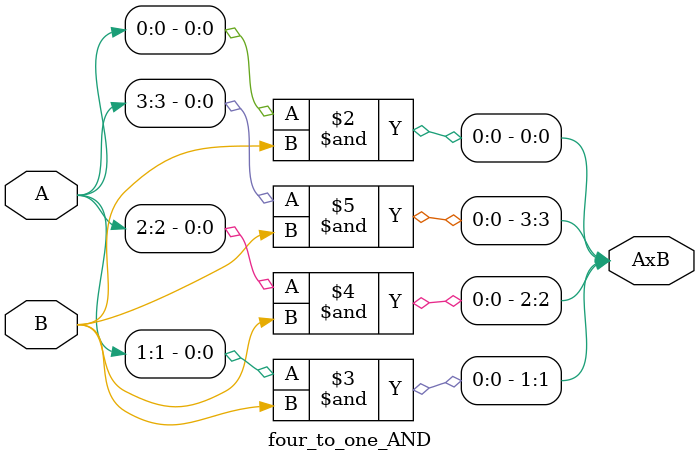
<source format=v>
`timescale 1ns / 1ps

module four_to_one_AND(input [3:0] A, input B, output reg [3:0] AxB);

always @ (*)
begin
    AxB = ({A[3]&B, A[2]&B, A[1]&B, A[0]&B});
end
endmodule

</source>
